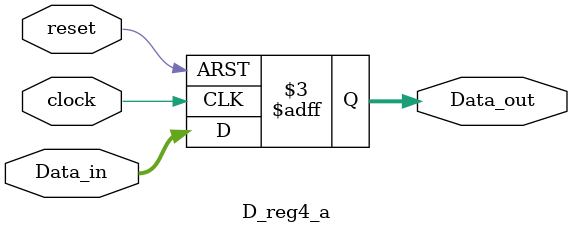
<source format=v>
module D_reg4_a  (Data_out, clock, reset, Data_in);
  output 		[3: 0] 	Data_out;
  input 		[3: 0] 	Data_in;
  input			clock, reset;
  reg 		[3: 0] 	Data_out;

  always @  (posedge clock or posedge reset)		
    begin 
      if (reset == 1'b1) Data_out <= 4'b0;
        else Data_out <= Data_in;
      end
endmodule


</source>
